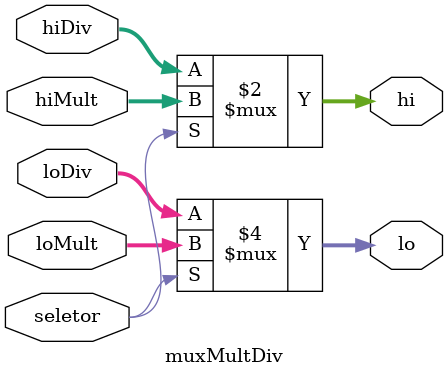
<source format=v>
module muxMultDiv (
   input wire seletor,
   input wire [31:0] hiMult,loMult,hiDiv,loDiv,
   output reg [31:0] hi,lo
);
   
 assign hi = (seletor==1) ? hiMult : hiDiv;
 assign lo = (seletor==1) ? loMult : loDiv;
endmodule
</source>
